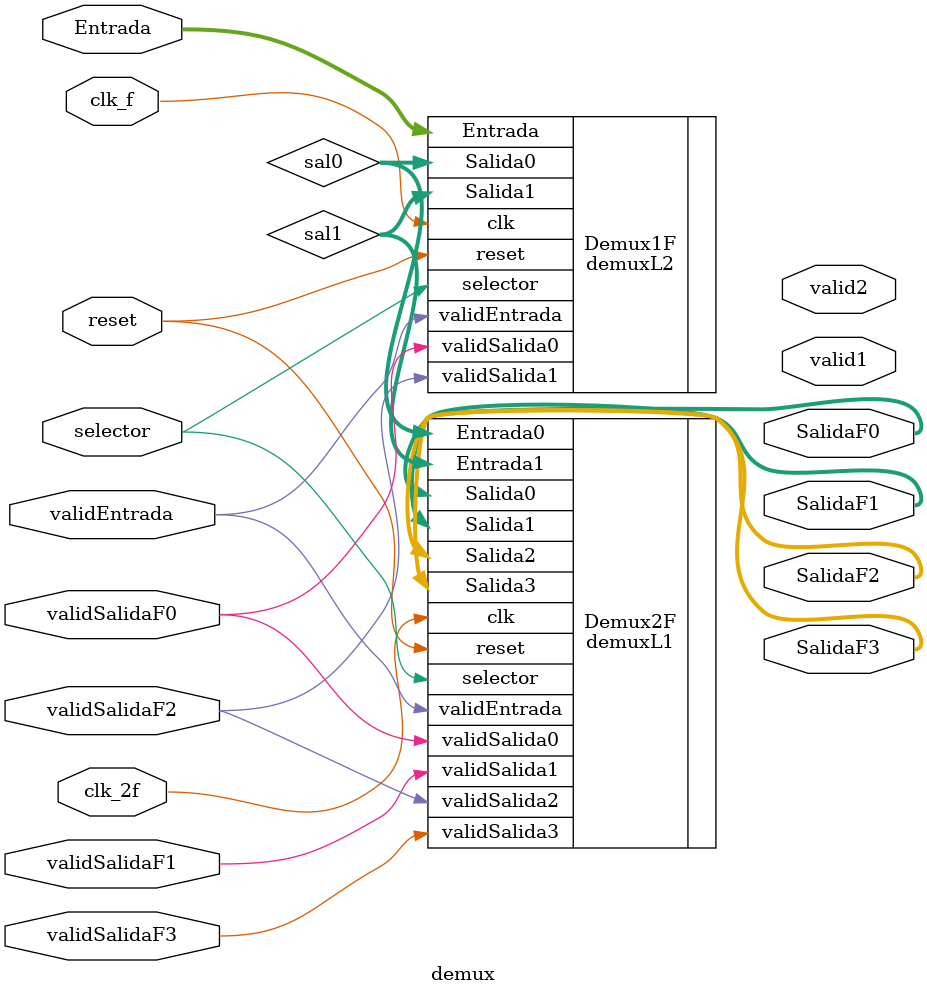
<source format=v>
`include "demuxL1.v"
`include "demuxL2.v"
module demux(
    output [7:0]SalidaF0,
    output [7:0]SalidaF1,
    output [7:0]SalidaF2,
    output [7:0]SalidaF3,
    input validSalidaF0,
    input validSalidaF1,
    input validSalidaF2,
    input validSalidaF3,
    input [7:0]Entrada,
    input validEntrada,
    output valid1,
    output valid2,

    input selector,
    input clk_2f,
    input clk_f,
    input reset);

    wire  [7:0] sal0;
    wire [7:0] sal1;
 

    demuxL2 Demux1F(
        //Outputs
        .Salida0  (sal0[7:0]),
        .Salida1  (sal1[7:0]),  
        .validSalida0 (validSalidaF0),
        .validSalida1 (validSalidaF2),
        //Inputs
        .Entrada    (Entrada[7:0]),
        .validEntrada   (validEntrada),
        .selector  (selector),
        .clk       (clk_f),
        .reset     (reset)
    );

    demuxL1 Demux2F(
        .Salida0 (SalidaF0[7:0]),
        .Salida1 (SalidaF1[7:0]),
        .Salida2 (SalidaF2[7:0]),
        .Salida3 (SalidaF3[7:0]),
        .validSalida0 (validSalidaF0),
        .validSalida1 (validSalidaF1),
        .validSalida2 (validSalidaF2),
        .validSalida3 (validSalidaF3),
        .validEntrada(validEntrada),
        .Entrada0 (sal0[7:0]),
        .Entrada1 (sal1[7:0]),
        .selector  (selector),
        .clk       (clk_2f),
        .reset     (reset)
    );


 


endmodule
</source>
